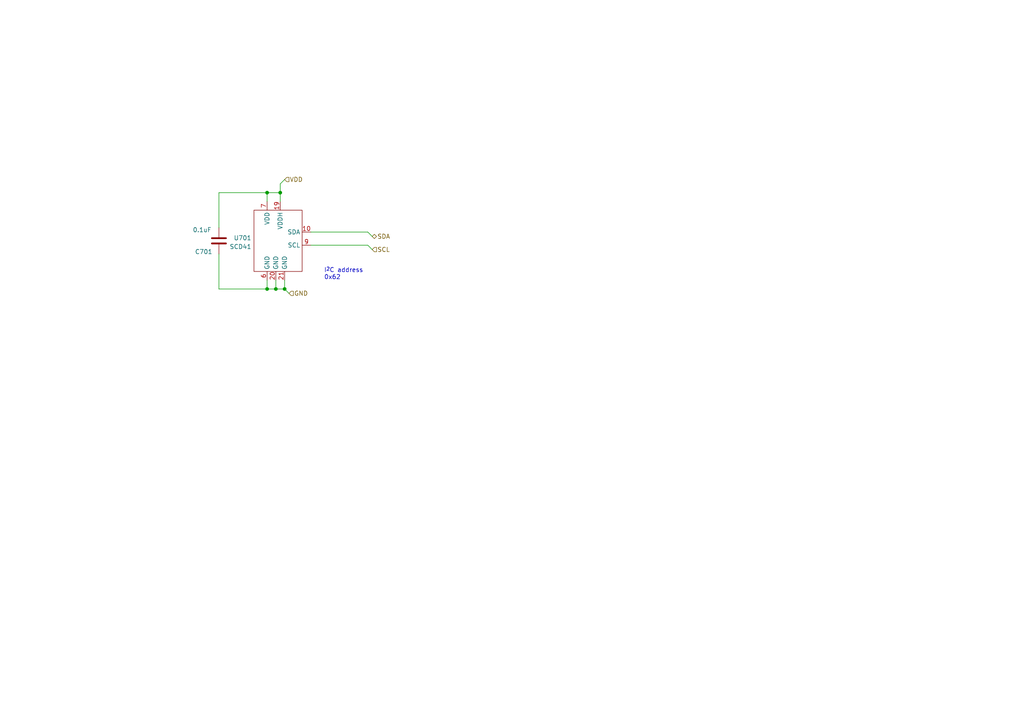
<source format=kicad_sch>
(kicad_sch (version 20211123) (generator eeschema)
  (paper "A4")
  (title_block (title "Power Unit - CanSat 2023") (date "2023-01-19") (rev "2022") (company "Project SkyFall") (comment 1 "David Haisman"))
  (lib_symbols
    (symbol "Device:C" (pin_numbers hide) (pin_names (offset 0.254))
      (property "Reference" "C" (at 0.635 2.54 0))
      (property "Value" "C" (at 0.635 -2.54 0))
      (symbol "C_0_1"
        (polyline (pts (xy -2.032 -0.762) (xy 2.032 -0.762)) (stroke (width 0.508)))
        (polyline (pts (xy -2.032 0.762) (xy 2.032 0.762)) (stroke (width 0.508)))
      )
      (symbol "C_1_1"
        (pin passive line (at 0 3.81 270) (length 2.794) (name "~") (number "1"))
        (pin passive line (at 0 -3.81 90) (length 2.794) (name "~") (number "2"))
      )
    )
    (symbol "Sensor_Gas:SCD41"
      (property "Reference" "U" (at -1.27 -3.81 0))
      (property "Value" "SCD41" (at 1.27 -6.35 0))
      (symbol "SCD41_0_1"
        (rectangle (start -3.81 3.81) (end 10.16 -13.97) (stroke (width 0.1524)))
      )
      (symbol "SCD41_1_1"
        (pin no_connect line (at -6.35 1.27 0) (length 2.54) hide (name "DNC") (number "1"))
        (pin bidirectional line (at 12.7 -2.54 180) (length 2.54) (name "SDA") (number "10"))
        (pin no_connect line (at 12.7 -12.7 180) (length 2.54) hide (name "DNC") (number "11"))
        (pin no_connect line (at 12.7 -11.43 180) (length 2.54) hide (name "DNC") (number "12"))
        (pin no_connect line (at 12.7 -10.16 180) (length 2.54) hide (name "DNC") (number "13"))
        (pin no_connect line (at 12.7 -8.89 180) (length 2.54) hide (name "DNC") (number "14"))
        (pin no_connect line (at 12.7 -7.62 180) (length 2.54) hide (name "DNC") (number "15"))
        (pin no_connect line (at 8.89 6.35 270) (length 2.54) hide (name "DNC") (number "16"))
        (pin no_connect line (at 7.62 6.35 270) (length 2.54) hide (name "DNC") (number "17"))
        (pin no_connect line (at 6.35 6.35 270) (length 2.54) hide (name "DNC") (number "18"))
        (pin power_in line (at 3.81 6.35 270) (length 2.54) (name "VDDH") (number "19"))
        (pin no_connect line (at -6.35 0 0) (length 2.54) hide (name "DNC") (number "2"))
        (pin power_out line (at 2.54 -16.51 90) (length 2.54) (name "GND") (number "20"))
        (pin power_out line (at 5.08 -16.51 90) (length 2.54) (name "GND") (number "21"))
        (pin no_connect line (at -6.35 -1.27 0) (length 2.54) hide (name "DNC") (number "3"))
        (pin no_connect line (at -6.35 -2.54 0) (length 2.54) hide (name "DNC") (number "4"))
        (pin no_connect line (at -6.35 -3.81 0) (length 2.54) hide (name "DNC") (number "5"))
        (pin power_out line (at 0 -16.51 90) (length 2.54) (name "GND") (number "6"))
        (pin power_in line (at 0 6.35 270) (length 2.54) (name "VDD") (number "7"))
        (pin no_connect line (at 7.62 -16.51 90) (length 2.54) hide (name "DNC") (number "8"))
        (pin input line (at 12.7 -6.35 180) (length 2.54) (name "SCL") (number "9"))
      )
    )
  )
  (junction (at 82.55 83.82))
  (junction (at 80.01 83.82))
  (junction (at 77.47 83.82))
  (junction (at 81.28 55.88))
  (junction (at 77.47 55.88))
  (wire (pts (xy 63.5 73.66) (xy 63.5 83.82)))
  (wire (pts (xy 82.55 83.82) (xy 83.82 85.09)))
  (wire (pts (xy 81.28 55.88) (xy 81.28 53.34)))
  (wire (pts (xy 90.17 71.12) (xy 106.68 71.12)))
  (wire (pts (xy 77.47 83.82) (xy 80.01 83.82)))
  (wire (pts (xy 63.5 55.88) (xy 77.47 55.88)))
  (wire (pts (xy 106.68 67.31) (xy 107.95 68.58)))
  (wire (pts (xy 77.47 81.28) (xy 77.47 83.82)))
  (wire (pts (xy 80.01 81.28) (xy 80.01 83.82)))
  (wire (pts (xy 90.17 67.31) (xy 106.68 67.31)))
  (wire (pts (xy 81.28 53.34) (xy 82.55 52.07)))
  (wire (pts (xy 80.01 83.82) (xy 82.55 83.82)))
  (wire (pts (xy 106.68 71.12) (xy 107.95 72.39)))
  (wire (pts (xy 81.28 55.88) (xy 77.47 55.88)))
  (wire (pts (xy 82.55 83.82) (xy 82.55 81.28)))
  (wire (pts (xy 63.5 83.82) (xy 77.47 83.82)))
  (wire (pts (xy 81.28 58.42) (xy 81.28 55.88)))
  (wire (pts (xy 77.47 58.42) (xy 77.47 55.88)))
  (wire (pts (xy 63.5 55.88) (xy 63.5 66.04)))
  (text "I^{2}C address\n0x62" (at 93.98 81.28 0) (effects (font (size 1.27 1.27)) (justify left bottom)))
  (hierarchical_label "VDD" (shape input) (at 82.55 52.07 0))
  (hierarchical_label "GND" (shape input) (at 83.82 85.09 0))
  (hierarchical_label "SCL" (shape input) (at 107.95 72.39 0))
  (hierarchical_label "SDA" (shape bidirectional) (at 107.95 68.58 0))
  (symbol (lib_id "Sensor_Gas:SCD41") (at 77.47 64.77 0) (unit 1)
    (property "Reference" "U701" (at 72.9488 69.0153 0) (effects (justify right)))
    (property "Value" "SCD41" (at 72.9488 71.5522 0) (effects (justify right)))
    (property "Footprint" "CanSat_2023:XDCR_SCD41-D-R2" (effects hide))
  )
  (symbol (lib_id "Device:C") (at 63.5 69.85 0) (mirror y) (unit 1)
    (property "Reference" "C701" (at 56.515 73.025 0) (effects (justify right)))
    (property "Value" "0.1uF" (at 55.88 66.675 0) (effects (justify right)))
    (property "Footprint" "CanSat_2023:C_0805_2012Metric" (effects hide))
  )
)
</source>
